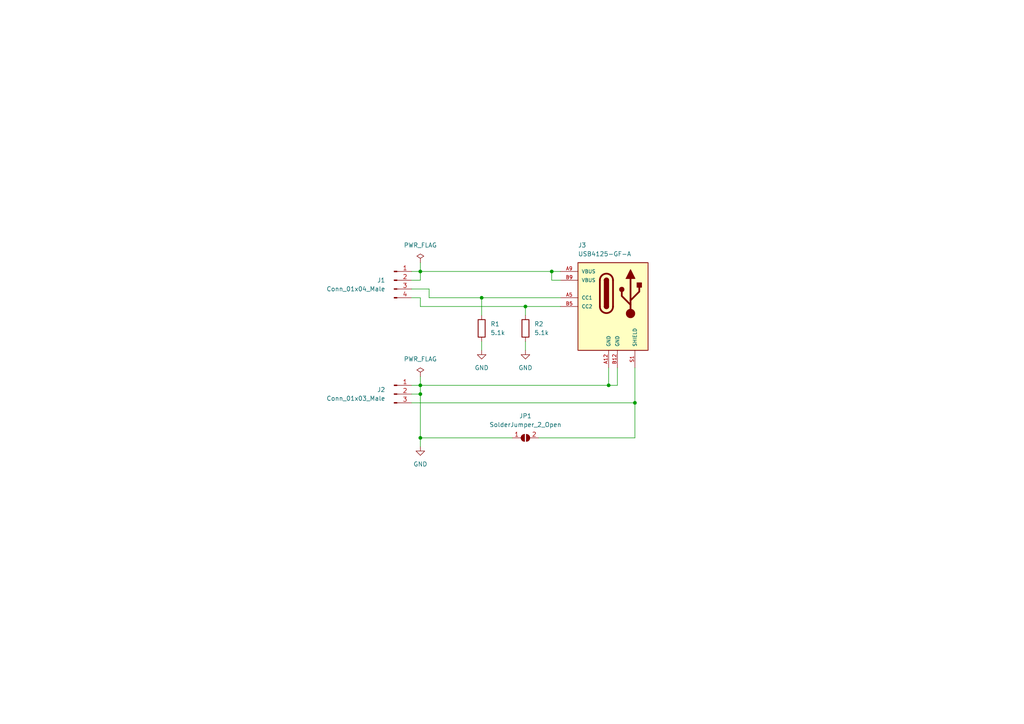
<source format=kicad_sch>
(kicad_sch (version 20211123) (generator eeschema)
  (paper "A4")
  (title_block (title "USB4125-GF-A Breakout Board") (date "2023-03-06") (rev "A") (company "ElektroNik Zoller") (comment 1 "Nikolai Zoller") (comment 4 "CERN-OHL-P"))
  (lib_symbols
    (symbol "Connector:Conn_01x03_Male" (pin_names (offset 1.016) hide)
      (property "Reference" "J" (at 0 5.08 0))
      (property "Value" "Conn_01x03_Male" (at 0 -5.08 0))
      (symbol "Conn_01x03_Male_1_1"
        (polyline (pts (xy 1.27 -2.54) (xy 0.8636 -2.54)) (stroke (width 0.1524)))
        (polyline (pts (xy 1.27 0) (xy 0.8636 0)) (stroke (width 0.1524)))
        (polyline (pts (xy 1.27 2.54) (xy 0.8636 2.54)) (stroke (width 0.1524)))
        (rectangle (start 0.8636 -2.413) (end 0 -2.667) (stroke (width 0.1524)) (fill (type outline)))
        (rectangle (start 0.8636 0.127) (end 0 -0.127) (stroke (width 0.1524)) (fill (type outline)))
        (rectangle (start 0.8636 2.667) (end 0 2.413) (stroke (width 0.1524)) (fill (type outline)))
        (pin passive line (at 5.08 2.54 180) (length 3.81) (name "Pin_1") (number "1"))
        (pin passive line (at 5.08 0 180) (length 3.81) (name "Pin_2") (number "2"))
        (pin passive line (at 5.08 -2.54 180) (length 3.81) (name "Pin_3") (number "3"))
      )
    )
    (symbol "Connector:Conn_01x04_Male" (pin_names (offset 1.016) hide)
      (property "Reference" "J" (at 0 5.08 0))
      (property "Value" "Conn_01x04_Male" (at 0 -7.62 0))
      (symbol "Conn_01x04_Male_1_1"
        (polyline (pts (xy 1.27 -5.08) (xy 0.8636 -5.08)) (stroke (width 0.1524)))
        (polyline (pts (xy 1.27 -2.54) (xy 0.8636 -2.54)) (stroke (width 0.1524)))
        (polyline (pts (xy 1.27 0) (xy 0.8636 0)) (stroke (width 0.1524)))
        (polyline (pts (xy 1.27 2.54) (xy 0.8636 2.54)) (stroke (width 0.1524)))
        (rectangle (start 0.8636 -4.953) (end 0 -5.207) (stroke (width 0.1524)) (fill (type outline)))
        (rectangle (start 0.8636 -2.413) (end 0 -2.667) (stroke (width 0.1524)) (fill (type outline)))
        (rectangle (start 0.8636 0.127) (end 0 -0.127) (stroke (width 0.1524)) (fill (type outline)))
        (rectangle (start 0.8636 2.667) (end 0 2.413) (stroke (width 0.1524)) (fill (type outline)))
        (pin passive line (at 5.08 2.54 180) (length 3.81) (name "Pin_1") (number "1"))
        (pin passive line (at 5.08 0 180) (length 3.81) (name "Pin_2") (number "2"))
        (pin passive line (at 5.08 -2.54 180) (length 3.81) (name "Pin_3") (number "3"))
        (pin passive line (at 5.08 -5.08 180) (length 3.81) (name "Pin_4") (number "4"))
      )
    )
    (symbol "Device:R" (pin_numbers hide) (pin_names (offset 0))
      (property "Reference" "R" (at 2.032 0 90))
      (property "Value" "R" (at 0 0 90))
      (symbol "R_0_1"
        (rectangle (start -1.016 -2.54) (end 1.016 2.54) (stroke (width 0.254)))
      )
      (symbol "R_1_1"
        (pin passive line (at 0 3.81 270) (length 1.27) (name "~") (number "1"))
        (pin passive line (at 0 -3.81 90) (length 1.27) (name "~") (number "2"))
      )
    )
    (symbol "Jumper:SolderJumper_2_Open" (pin_names (offset 0) hide)
      (property "Reference" "JP" (at 0 2.032 0))
      (property "Value" "SolderJumper_2_Open" (at 0 -2.54 0))
      (symbol "SolderJumper_2_Open_0_1"
        (arc (start -0.254 1.016) (mid -1.27 0) (end -0.254 -1.016))
        (arc (start -0.254 1.016) (mid -1.27 0) (end -0.254 -1.016) (fill (type outline)))
        (polyline (pts (xy -0.254 1.016) (xy -0.254 -1.016)))
        (polyline (pts (xy 0.254 1.016) (xy 0.254 -1.016)))
        (arc (start 0.254 -1.016) (mid 1.27 0) (end 0.254 1.016))
        (arc (start 0.254 -1.016) (mid 1.27 0) (end 0.254 1.016) (fill (type outline)))
      )
      (symbol "SolderJumper_2_Open_1_1"
        (pin passive line (at -3.81 0 0) (length 2.54) (name "A") (number "1"))
        (pin passive line (at 3.81 0 180) (length 2.54) (name "B") (number "2"))
      )
    )
    (symbol "connectors:USB4125-GF-A" (pin_names (offset 1.016))
      (property "Reference" "J" (at -10.16 16.51 0))
      (property "Value" "USB4125-GF-A" (at -10.16 16.51 0))
      (symbol "USB4125-GF-A_0_0"
        (rectangle (start -10.16 12.7) (end 10.16 -12.7) (stroke (width 0.254)) (fill (type background)))
        (pin power_in line (at -1.27 -17.78 90) (length 5.08) (name "GND") (number "A12"))
        (pin bidirectional line (at -15.24 2.54 0) (length 5.08) (name "CC1") (number "A5"))
        (pin power_in line (at -15.24 10.16 0) (length 5.08) (name "VBUS") (number "A9"))
        (pin power_in line (at 1.27 -17.78 90) (length 5.08) (name "GND") (number "B12"))
        (pin bidirectional line (at -15.24 0 0) (length 5.08) (name "CC2") (number "B5"))
        (pin power_in line (at -15.24 7.62 0) (length 5.08) (name "VBUS") (number "B9"))
        (pin passive line (at 6.35 -17.78 90) (length 5.08) (name "SHIELD") (number "S1"))
      )
      (symbol "USB4125-GF-A_0_1"
        (arc (start -3.81 0) (mid -1.905 -1.905) (end 0 0) (stroke (width 0.508)))
        (arc (start -2.54 0) (mid -1.905 -0.635) (end -1.27 0) (stroke (width 0.254)))
        (arc (start -2.54 0) (mid -1.905 -0.635) (end -1.27 0) (stroke (width 0.254)) (fill (type outline)))
        (rectangle (start -2.54 0) (end -1.27 7.62) (stroke (width 0.254)) (fill (type outline)))
        (arc (start -1.27 7.62) (mid -1.905 8.255) (end -2.54 7.62) (stroke (width 0.254)))
        (arc (start -1.27 7.62) (mid -1.905 8.255) (end -2.54 7.62) (stroke (width 0.254)) (fill (type outline)))
        (polyline (pts (xy -3.81 0) (xy -3.81 7.62)) (stroke (width 0.508)))
        (polyline (pts (xy 0 7.62) (xy 0 0)) (stroke (width 0.508)))
        (polyline (pts (xy 5.08 -2.032) (xy 5.08 8.128)) (stroke (width 0.508)))
        (polyline (pts (xy 5.08 0.508) (xy 2.54 3.048) (xy 2.54 4.318)) (stroke (width 0.508)))
        (polyline (pts (xy 5.08 1.778) (xy 7.62 4.318) (xy 7.62 5.588)) (stroke (width 0.508)))
        (polyline (pts (xy 3.81 8.128) (xy 5.08 10.668) (xy 6.35 8.128) (xy 3.81 8.128)) (stroke (width 0.254)) (fill (type outline)))
        (arc (start 0 7.62) (mid -1.905 9.525) (end -3.81 7.62) (stroke (width 0.508)))
        (circle (center 2.54 4.953) (radius 0.635) (stroke (width 0.254)) (fill (type outline)))
        (circle (center 5.08 -2.032) (radius 1.27) (fill (type outline)))
        (rectangle (start 6.985 5.588) (end 8.255 6.858) (stroke (width 0.254)) (fill (type outline)))
      )
    )
    (symbol "power:GND" (power) (pin_names (offset 0))
      (property "Value" "GND" (at 0 -3.81 0))
      (symbol "GND_0_1"
        (polyline (pts (xy 0 0) (xy 0 -1.27) (xy 1.27 -1.27) (xy 0 -2.54) (xy -1.27 -1.27) (xy 0 -1.27)))
      )
      (symbol "GND_1_1"
        (pin power_in line (at 0 0 270) (length 0) hide (name "GND") (number "1"))
      )
    )
    (symbol "power:PWR_FLAG" (power) (pin_numbers hide) (pin_names (offset 0) hide)
      (property "Value" "PWR_FLAG" (at 0 3.81 0))
      (symbol "PWR_FLAG_0_0"
        (pin power_out line (at 0 0 90) (length 0) (name "pwr") (number "1"))
      )
      (symbol "PWR_FLAG_0_1"
        (polyline (pts (xy 0 0) (xy 0 1.27) (xy -1.016 1.905) (xy 0 2.54) (xy 1.016 1.905) (xy 0 1.27)))
      )
    )
  )
  (junction (at 121.92 78.74))
  (junction (at 121.92 111.76))
  (junction (at 184.15 116.84))
  (junction (at 160.02 78.74))
  (junction (at 139.7 86.36))
  (junction (at 176.53 111.76))
  (junction (at 152.4 88.9))
  (junction (at 121.92 127))
  (junction (at 121.92 114.3))
  (wire (pts (xy 121.92 86.36) (xy 121.92 88.9)))
  (wire (pts (xy 121.92 78.74) (xy 160.02 78.74)))
  (wire (pts (xy 139.7 86.36) (xy 162.56 86.36)))
  (wire (pts (xy 139.7 99.06) (xy 139.7 101.6)))
  (wire (pts (xy 121.92 76.2) (xy 121.92 78.74)))
  (wire (pts (xy 121.92 111.76) (xy 121.92 114.3)))
  (wire (pts (xy 119.38 114.3) (xy 121.92 114.3)))
  (wire (pts (xy 176.53 111.76) (xy 179.07 111.76)))
  (wire (pts (xy 160.02 81.28) (xy 160.02 78.74)))
  (wire (pts (xy 184.15 106.68) (xy 184.15 116.84)))
  (wire (pts (xy 184.15 127) (xy 184.15 116.84)))
  (wire (pts (xy 139.7 86.36) (xy 139.7 91.44)))
  (wire (pts (xy 119.38 86.36) (xy 121.92 86.36)))
  (wire (pts (xy 124.46 86.36) (xy 139.7 86.36)))
  (wire (pts (xy 121.92 88.9) (xy 152.4 88.9)))
  (wire (pts (xy 152.4 88.9) (xy 162.56 88.9)))
  (wire (pts (xy 121.92 114.3) (xy 121.92 127)))
  (wire (pts (xy 119.38 78.74) (xy 121.92 78.74)))
  (wire (pts (xy 184.15 116.84) (xy 119.38 116.84)))
  (wire (pts (xy 119.38 81.28) (xy 121.92 81.28)))
  (wire (pts (xy 119.38 83.82) (xy 124.46 83.82)))
  (wire (pts (xy 152.4 88.9) (xy 152.4 91.44)))
  (wire (pts (xy 176.53 111.76) (xy 176.53 106.68)))
  (wire (pts (xy 160.02 78.74) (xy 162.56 78.74)))
  (wire (pts (xy 121.92 127) (xy 148.59 127)))
  (wire (pts (xy 121.92 109.22) (xy 121.92 111.76)))
  (wire (pts (xy 121.92 111.76) (xy 176.53 111.76)))
  (wire (pts (xy 179.07 106.68) (xy 179.07 111.76)))
  (wire (pts (xy 156.21 127) (xy 184.15 127)))
  (wire (pts (xy 152.4 99.06) (xy 152.4 101.6)))
  (wire (pts (xy 119.38 111.76) (xy 121.92 111.76)))
  (wire (pts (xy 124.46 83.82) (xy 124.46 86.36)))
  (wire (pts (xy 162.56 81.28) (xy 160.02 81.28)))
  (wire (pts (xy 121.92 81.28) (xy 121.92 78.74)))
  (wire (pts (xy 121.92 127) (xy 121.92 129.54)))
  (symbol (lib_id "Device:R") (at 139.7 95.25 0) (unit 1)
    (property "Reference" "R1" (at 142.24 93.9799 0) (effects (justify left)))
    (property "Value" "5.1k" (at 142.24 96.5199 0) (effects (justify left)))
    (property "Footprint" "Resistor_SMD:R_0805_2012Metric_Pad1.20x1.40mm_HandSolder" (effects hide))
  )
  (symbol (lib_id "power:GND") (at 152.4 101.6 0) (unit 1)
    (property "Reference" "#PWR0102" (effects hide))
    (property "Value" "GND" (at 152.4 106.68 0))
  )
  (symbol (lib_id "Connector:Conn_01x03_Male") (at 114.3 114.3 0) (unit 1)
    (property "Reference" "J2" (at 111.76 113.03 0) (effects (justify right)))
    (property "Value" "Conn_01x03_Male" (at 111.76 115.57 0) (effects (justify right)))
    (property "Footprint" "Connector_PinHeader_2.54mm:PinHeader_1x03_P2.54mm_Vertical" (effects hide))
  )
  (symbol (lib_id "Jumper:SolderJumper_2_Open") (at 152.4 127 0) (unit 1)
    (property "Reference" "JP1" (at 152.4 120.65 0))
    (property "Value" "SolderJumper_2_Open" (at 152.4 123.19 0))
    (property "Footprint" "Jumper:SolderJumper-2_P1.3mm_Open_RoundedPad1.0x1.5mm" (effects hide))
  )
  (symbol (lib_id "power:GND") (at 139.7 101.6 0) (unit 1)
    (property "Reference" "#PWR0101" (effects hide))
    (property "Value" "GND" (at 139.7 106.68 0))
  )
  (symbol (lib_id "power:GND") (at 121.92 129.54 0) (unit 1)
    (property "Reference" "#PWR0103" (effects hide))
    (property "Value" "GND" (at 121.92 134.62 0))
  )
  (symbol (lib_id "connectors:USB4125-GF-A") (at 177.8 88.9 0) (unit 1)
    (property "Reference" "J3" (at 167.64 71.12 0) (effects (justify left)))
    (property "Value" "USB4125-GF-A" (at 167.64 73.66 0) (effects (justify left)))
    (property "Footprint" "ZigbeeZwaveEthernetadapter:GCT_USB4125-GF-A" (effects hide))
  )
  (symbol (lib_id "power:PWR_FLAG") (at 121.92 109.22 0) (unit 1)
    (property "Reference" "#FLG0104" (effects hide))
    (property "Value" "PWR_FLAG" (at 121.92 104.14 0))
  )
  (symbol (lib_id "Device:R") (at 152.4 95.25 0) (unit 1)
    (property "Reference" "R2" (at 154.94 93.9799 0) (effects (justify left)))
    (property "Value" "5.1k" (at 154.94 96.5199 0) (effects (justify left)))
    (property "Footprint" "Resistor_SMD:R_0805_2012Metric_Pad1.20x1.40mm_HandSolder" (effects hide))
  )
  (symbol (lib_id "power:PWR_FLAG") (at 121.92 76.2 0) (unit 1)
    (property "Reference" "#FLG0102" (effects hide))
    (property "Value" "PWR_FLAG" (at 121.92 71.12 0))
  )
  (symbol (lib_id "Connector:Conn_01x04_Male") (at 114.3 81.28 0) (unit 1)
    (property "Reference" "J1" (at 111.76 81.28 0) (effects (justify right)))
    (property "Value" "Conn_01x04_Male" (at 111.76 83.82 0) (effects (justify right)))
    (property "Footprint" "Connector_PinHeader_2.54mm:PinHeader_1x04_P2.54mm_Vertical" (effects hide))
  )
)
</source>
